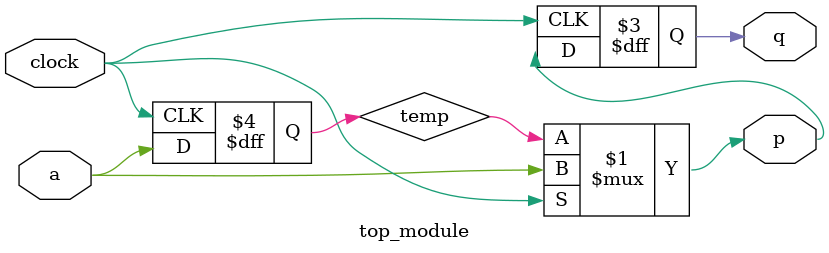
<source format=v>
module top_module (
    input clock,
    input a,
    output p,
    output q
);
    reg temp;
    assign p  = (clock ? a : temp);
    always @(negedge clock) begin
        temp <= a;
        q <= p;
    end
    

endmodule

</source>
